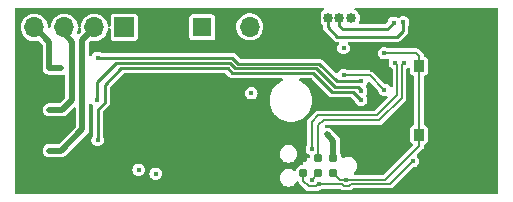
<source format=gbr>
%TF.GenerationSoftware,KiCad,Pcbnew,8.0.6*%
%TF.CreationDate,2024-11-27T12:45:58+01:00*%
%TF.ProjectId,Caffeinated-AFTONSPARV,43616666-6569-46e6-9174-65642d414654,rev?*%
%TF.SameCoordinates,Original*%
%TF.FileFunction,Copper,L1,Top*%
%TF.FilePolarity,Positive*%
%FSLAX46Y46*%
G04 Gerber Fmt 4.6, Leading zero omitted, Abs format (unit mm)*
G04 Created by KiCad (PCBNEW 8.0.6) date 2024-11-27 12:45:58*
%MOMM*%
%LPD*%
G01*
G04 APERTURE LIST*
%TA.AperFunction,ComponentPad*%
%ADD10R,0.850000X0.850000*%
%TD*%
%TA.AperFunction,ComponentPad*%
%ADD11O,0.850000X0.850000*%
%TD*%
%TA.AperFunction,ConnectorPad*%
%ADD12C,0.787400*%
%TD*%
%TA.AperFunction,SMDPad,CuDef*%
%ADD13R,0.900000X1.000000*%
%TD*%
%TA.AperFunction,ComponentPad*%
%ADD14R,1.700000X1.700000*%
%TD*%
%TA.AperFunction,ComponentPad*%
%ADD15O,1.700000X1.700000*%
%TD*%
%TA.AperFunction,ComponentPad*%
%ADD16R,1.600000X1.600000*%
%TD*%
%TA.AperFunction,ComponentPad*%
%ADD17C,1.600000*%
%TD*%
%TA.AperFunction,ViaPad*%
%ADD18C,0.450000*%
%TD*%
%TA.AperFunction,Conductor*%
%ADD19C,0.500000*%
%TD*%
%TA.AperFunction,Conductor*%
%ADD20C,0.200000*%
%TD*%
%TA.AperFunction,Conductor*%
%ADD21C,0.250000*%
%TD*%
G04 APERTURE END LIST*
D10*
%TO.P,J4,1,Pin_1*%
%TO.N,GND*%
X25600000Y15065000D03*
D11*
%TO.P,J4,2,Pin_2*%
%TO.N,USB-D+*%
X26600000Y15065000D03*
%TO.P,J4,3,Pin_3*%
%TO.N,USB-D-*%
X27600000Y15065000D03*
%TO.P,J4,4,Pin_4*%
%TO.N,+3.3V*%
X28600000Y15065000D03*
%TD*%
D12*
%TO.P,J3,1,VCC*%
%TO.N,+3.3V*%
X27100000Y3200000D03*
%TO.P,J3,2,IO0/IO9*%
%TO.N,IO9*%
X27100000Y1930000D03*
%TO.P,J3,3,TX*%
%TO.N,TX*%
X25830000Y3200000D03*
%TO.P,J3,4,RX*%
%TO.N,RX*%
X25830000Y1930000D03*
%TO.P,J3,5,GND*%
%TO.N,GND*%
X24560000Y3200000D03*
%TO.P,J3,6,EN*%
%TO.N,EN*%
X24560000Y1930000D03*
%TD*%
D13*
%TO.P,SW1,1,1*%
%TO.N,GND*%
X30650000Y5200000D03*
X30650000Y11000000D03*
%TO.P,SW1,2,2*%
%TO.N,IO9*%
X34350000Y5200000D03*
X34350000Y11000000D03*
%TD*%
D14*
%TO.P,J2,1,Pin_1*%
%TO.N,+24V*%
X9390000Y14275000D03*
D15*
%TO.P,J2,2,Pin_2*%
%TO.N,Net-(J2-Pin_2)*%
X6850000Y14275000D03*
%TO.P,J2,3,Pin_3*%
%TO.N,Net-(J2-Pin_3)*%
X4310000Y14275000D03*
%TO.P,J2,4,Pin_4*%
%TO.N,Net-(J2-Pin_4)*%
X1770000Y14275000D03*
%TD*%
D14*
%TO.P,J1,1,Pin_1*%
%TO.N,GND*%
X22550000Y14325000D03*
D15*
%TO.P,J1,2,Pin_2*%
%TO.N,+24V*%
X20010000Y14325000D03*
%TD*%
D16*
%TO.P,C2,1*%
%TO.N,+24V*%
X15982380Y14300000D03*
D17*
%TO.P,C2,2*%
%TO.N,GND*%
X13482380Y14300000D03*
%TD*%
D18*
%TO.N,GND*%
X39400000Y3300000D03*
X40350000Y1300000D03*
X33400000Y10100000D03*
X4825000Y2900000D03*
X2750000Y2900000D03*
X31400000Y2900000D03*
X39400000Y11300000D03*
X2750000Y9850000D03*
X9325000Y3100000D03*
X2750000Y6350000D03*
X9325000Y7050000D03*
X37400000Y10100000D03*
X18350000Y5350000D03*
X9325000Y5075000D03*
X39400000Y9700000D03*
X33400000Y8100000D03*
X40350000Y15500000D03*
X33400000Y6100000D03*
X29400000Y12000000D03*
X35400000Y8100000D03*
X24560000Y3950000D03*
X12725000Y8850000D03*
X37400000Y6100000D03*
X17425000Y5350000D03*
X14775000Y8850000D03*
X4825000Y6350000D03*
X39400000Y6500000D03*
X35400000Y10100000D03*
X35400000Y6100000D03*
X37400000Y8100000D03*
X40350000Y14750000D03*
X39400000Y4900000D03*
X39400000Y12900000D03*
X40350000Y600000D03*
%TO.N,+24V*%
X20150000Y8700000D03*
%TO.N,Net-(J2-Pin_2)*%
X3050000Y3850000D03*
X4050000Y3850000D03*
%TO.N,Net-(J2-Pin_3)*%
X4050000Y7300000D03*
X3050000Y7300000D03*
%TO.N,+3.3V*%
X12050000Y1900000D03*
X27950000Y12525000D03*
X26550000Y5225000D03*
X10600000Y2225000D03*
%TO.N,IO9*%
X31400000Y12100000D03*
X28192500Y1367500D03*
%TO.N,TX*%
X33100000Y11300000D03*
%TO.N,Net-(U1-GPIO2{slash}ADC1_CH2)*%
X31400000Y9000000D03*
X27950000Y10250000D03*
%TO.N,RX*%
X25250000Y4000000D03*
X32300000Y11300000D03*
X25295000Y1325000D03*
%TO.N,EN*%
X33800000Y2950000D03*
X25850000Y1025000D03*
%TO.N,USB-D+*%
X33000000Y14700000D03*
%TO.N,LED-B*%
X7125000Y11700000D03*
X29450000Y9700000D03*
%TO.N,LED-G*%
X7037500Y8112500D03*
X29450000Y8900000D03*
%TO.N,LED-R*%
X29450000Y8125000D03*
X7125000Y4750000D03*
%TO.N,USB-D-*%
X32200000Y14675000D03*
%TO.N,Net-(J2-Pin_4)*%
X4050000Y10800000D03*
X3050000Y10800000D03*
%TD*%
D19*
%TO.N,GND*%
X24560000Y3950000D02*
X24560000Y3200000D01*
%TO.N,Net-(J2-Pin_2)*%
X5850000Y5650000D02*
X5850000Y13245000D01*
X3050000Y3850000D02*
X4050000Y3850000D01*
X4050000Y3850000D02*
X5850000Y5650000D01*
X5850000Y13245000D02*
X6880000Y14275000D01*
%TO.N,Net-(J2-Pin_3)*%
X3050000Y7300000D02*
X4125000Y7300000D01*
X4950000Y8125000D02*
X4950000Y13075000D01*
X4340000Y13685000D02*
X4340000Y14275000D01*
X4125000Y7300000D02*
X4950000Y8125000D01*
X4950000Y13075000D02*
X4340000Y13685000D01*
%TO.N,+3.3V*%
X27100000Y4675000D02*
X27100000Y3200000D01*
X26550000Y5225000D02*
X27100000Y4675000D01*
D20*
%TO.N,IO9*%
X31475036Y1367500D02*
X34350000Y4242464D01*
X28192500Y1367500D02*
X31475036Y1367500D01*
X34350000Y5200000D02*
X34350000Y11850000D01*
X27662500Y1367500D02*
X27100000Y1930000D01*
X34350000Y11850000D02*
X34100000Y12100000D01*
X34100000Y12100000D02*
X31400000Y12100000D01*
X28192500Y1367500D02*
X27662500Y1367500D01*
X34350000Y4242464D02*
X34350000Y5200000D01*
%TO.N,TX*%
X32875000Y8325000D02*
X30975000Y6425000D01*
X25830000Y5980000D02*
X25830000Y3200000D01*
X26275000Y6425000D02*
X25830000Y5980000D01*
X30975000Y6425000D02*
X26275000Y6425000D01*
X32875000Y11075000D02*
X32875000Y8325000D01*
X33100000Y11300000D02*
X32875000Y11075000D01*
%TO.N,Net-(U1-GPIO2{slash}ADC1_CH2)*%
X30150000Y10250000D02*
X27950000Y10250000D01*
X31400000Y9000000D02*
X30150000Y10250000D01*
%TO.N,RX*%
X25250000Y4000000D02*
X25250000Y6300000D01*
X25250000Y6300000D02*
X25775000Y6825000D01*
X25295000Y1395000D02*
X25830000Y1930000D01*
X32498000Y8548000D02*
X32498000Y11102000D01*
X25775000Y6825000D02*
X30775000Y6825000D01*
X32498000Y11102000D02*
X32300000Y11300000D01*
X30775000Y6825000D02*
X32498000Y8548000D01*
X25295000Y1325000D02*
X25295000Y1395000D01*
%TO.N,EN*%
X28399607Y867500D02*
X28572607Y1040500D01*
X27985393Y867500D02*
X28399607Y867500D01*
X24560000Y1290000D02*
X24560000Y1930000D01*
X25850000Y1025000D02*
X25650000Y825000D01*
X25850000Y1025000D02*
X27827893Y1025000D01*
X25650000Y825000D02*
X25025000Y825000D01*
X31890500Y1040500D02*
X33800000Y2950000D01*
X27827893Y1025000D02*
X27985393Y867500D01*
X25025000Y825000D02*
X24560000Y1290000D01*
X28572607Y1040500D02*
X31890500Y1040500D01*
D21*
%TO.N,USB-D+*%
X33000000Y14000000D02*
X32500000Y13500000D01*
X33000000Y14700000D02*
X33000000Y14000000D01*
X32500000Y13500000D02*
X27400000Y13500000D01*
X27400000Y13500000D02*
X26600000Y14300000D01*
X26600000Y14300000D02*
X26600000Y15065000D01*
%TO.N,LED-B*%
X19050000Y11200000D02*
X18550000Y11700000D01*
X25900000Y11200000D02*
X19050000Y11200000D01*
X29450000Y9700000D02*
X27400000Y9700000D01*
X18550000Y11700000D02*
X7125000Y11700000D01*
X27400000Y9700000D02*
X25900000Y11200000D01*
%TO.N,LED-G*%
X18800000Y10800000D02*
X18350000Y11250000D01*
X25650000Y10800000D02*
X18800000Y10800000D01*
X27200000Y9250000D02*
X25650000Y10800000D01*
X18350000Y11250000D02*
X8650000Y11250000D01*
X29157537Y9250000D02*
X27200000Y9250000D01*
X29450000Y8900000D02*
X29450000Y8957537D01*
X7037500Y9637500D02*
X7037500Y8112500D01*
X8650000Y11250000D02*
X7037500Y9637500D01*
X29450000Y8957537D02*
X29157537Y9250000D01*
%TO.N,LED-R*%
X29450000Y8125000D02*
X28775000Y8800000D01*
X28775000Y8800000D02*
X27000000Y8800000D01*
X25400000Y10400000D02*
X18550000Y10400000D01*
X18150000Y10800000D02*
X9150000Y10800000D01*
X27000000Y8800000D02*
X25400000Y10400000D01*
X7750000Y9400000D02*
X7750000Y7925000D01*
X18550000Y10400000D02*
X18150000Y10800000D01*
X9150000Y10800000D02*
X7750000Y9400000D01*
X7750000Y7925000D02*
X7125000Y7300000D01*
X7125000Y7300000D02*
X7125000Y4750000D01*
%TO.N,USB-D-*%
X27600000Y14400000D02*
X27600000Y15065000D01*
X27900000Y14100000D02*
X27600000Y14400000D01*
X31625000Y14100000D02*
X27900000Y14100000D01*
X32200000Y14675000D02*
X31625000Y14100000D01*
D19*
%TO.N,Net-(J2-Pin_4)*%
X3050000Y10800000D02*
X4050000Y10800000D01*
X3050000Y10800000D02*
X3050000Y13025000D01*
X3050000Y13025000D02*
X1800000Y14275000D01*
%TD*%
%TA.AperFunction,Conductor*%
%TO.N,GND*%
G36*
X33533625Y10878988D02*
G01*
X33583616Y10830175D01*
X33599500Y10769455D01*
X33599500Y10455144D01*
X33599502Y10455118D01*
X33602413Y10430013D01*
X33602415Y10430009D01*
X33647793Y10327236D01*
X33647794Y10327235D01*
X33727235Y10247794D01*
X33792226Y10219098D01*
X33830006Y10202416D01*
X33830009Y10202415D01*
X33839786Y10201281D01*
X33904111Y10174004D01*
X33943478Y10116280D01*
X33949500Y10078107D01*
X33949500Y6121894D01*
X33929815Y6054855D01*
X33877011Y6009100D01*
X33839789Y5998720D01*
X33830010Y5997586D01*
X33830008Y5997585D01*
X33727235Y5952207D01*
X33647794Y5872766D01*
X33602415Y5769994D01*
X33602415Y5769992D01*
X33599500Y5744869D01*
X33599500Y4655144D01*
X33599502Y4655118D01*
X33602413Y4630013D01*
X33602415Y4630009D01*
X33647793Y4527236D01*
X33647794Y4527235D01*
X33727235Y4447794D01*
X33743184Y4440752D01*
X33796560Y4395666D01*
X33817087Y4328880D01*
X33798248Y4261598D01*
X33780778Y4239637D01*
X31345462Y1804319D01*
X31284139Y1770834D01*
X31257781Y1768000D01*
X28926710Y1768000D01*
X28859671Y1787685D01*
X28813916Y1840489D01*
X28803972Y1909647D01*
X28832997Y1973203D01*
X28841258Y1981246D01*
X28841113Y1981391D01*
X28949298Y2089577D01*
X28949301Y2089580D01*
X29030920Y2211731D01*
X29087140Y2347458D01*
X29115800Y2491545D01*
X29115800Y2638455D01*
X29087140Y2782542D01*
X29030920Y2918269D01*
X29030919Y2918270D01*
X29030916Y2918276D01*
X28949301Y3040420D01*
X28949298Y3040424D01*
X28845423Y3144299D01*
X28845419Y3144302D01*
X28723275Y3225917D01*
X28723266Y3225922D01*
X28587544Y3282139D01*
X28587545Y3282139D01*
X28587542Y3282140D01*
X28587538Y3282141D01*
X28587534Y3282142D01*
X28443459Y3310800D01*
X28443455Y3310800D01*
X28296545Y3310800D01*
X28296540Y3310800D01*
X28152465Y3282142D01*
X28152455Y3282139D01*
X28016733Y3225922D01*
X28016726Y3225918D01*
X27980382Y3201633D01*
X27913705Y3180756D01*
X27846325Y3199241D01*
X27799635Y3251220D01*
X27788396Y3289788D01*
X27778979Y3367353D01*
X27771729Y3386469D01*
X27756307Y3427134D01*
X27719199Y3524980D01*
X27672450Y3592708D01*
X27650567Y3659063D01*
X27650500Y3663148D01*
X27650500Y4747473D01*
X27650500Y4747475D01*
X27612984Y4887485D01*
X27540510Y5013015D01*
X26888015Y5665510D01*
X26762485Y5737984D01*
X26762486Y5737984D01*
X26727482Y5747363D01*
X26622474Y5775500D01*
X26491255Y5775500D01*
X26424216Y5795185D01*
X26378461Y5847989D01*
X26368517Y5917147D01*
X26397542Y5980703D01*
X26403574Y5987181D01*
X26404574Y5988181D01*
X26465897Y6021666D01*
X26492255Y6024500D01*
X31027725Y6024500D01*
X31027727Y6024500D01*
X31129588Y6051793D01*
X31220913Y6104520D01*
X33110703Y7994313D01*
X33110708Y7994316D01*
X33120911Y8004520D01*
X33120913Y8004520D01*
X33195480Y8079087D01*
X33234978Y8147500D01*
X33248207Y8170412D01*
X33275500Y8272273D01*
X33275500Y8377727D01*
X33275500Y10721043D01*
X33295185Y10788082D01*
X33347989Y10833837D01*
X33352015Y10835591D01*
X33365018Y10840976D01*
X33400015Y10867831D01*
X33465180Y10893025D01*
X33533625Y10878988D01*
G37*
%TD.AperFunction*%
%TA.AperFunction,Conductor*%
G36*
X26281454Y15930315D02*
G01*
X26327209Y15877511D01*
X26337153Y15808353D01*
X26308128Y15744797D01*
X26280387Y15721006D01*
X26144795Y15635808D01*
X26029192Y15520205D01*
X25942210Y15381775D01*
X25888212Y15227456D01*
X25869909Y15065004D01*
X25869909Y15064997D01*
X25888212Y14902545D01*
X25942210Y14748226D01*
X26029192Y14609796D01*
X26138181Y14500807D01*
X26171666Y14439484D01*
X26174500Y14413126D01*
X26174500Y14356018D01*
X26174500Y14243982D01*
X26203497Y14135763D01*
X26259515Y14038737D01*
X27138737Y13159515D01*
X27235763Y13103497D01*
X27343982Y13074500D01*
X27343984Y13074500D01*
X27457821Y13074500D01*
X27524860Y13054815D01*
X27570615Y13002011D01*
X27580559Y12932853D01*
X27556198Y12875016D01*
X27534682Y12846975D01*
X27490974Y12790015D01*
X27438027Y12662187D01*
X27438026Y12662182D01*
X27419965Y12525001D01*
X27419965Y12525000D01*
X27438026Y12387819D01*
X27438027Y12387814D01*
X27490974Y12259985D01*
X27490975Y12259983D01*
X27490976Y12259982D01*
X27575209Y12150209D01*
X27684982Y12065976D01*
X27812817Y12013026D01*
X27935702Y11996848D01*
X27949999Y11994965D01*
X27950000Y11994965D01*
X27950001Y11994965D01*
X27962947Y11996670D01*
X28087183Y12013026D01*
X28215018Y12065976D01*
X28324791Y12150209D01*
X28409024Y12259982D01*
X28461974Y12387817D01*
X28480035Y12525000D01*
X28461974Y12662183D01*
X28409024Y12790017D01*
X28343802Y12875016D01*
X28318609Y12940182D01*
X28332647Y13008627D01*
X28381461Y13058617D01*
X28442179Y13074500D01*
X32556016Y13074500D01*
X32556018Y13074500D01*
X32664237Y13103497D01*
X32761263Y13159515D01*
X33340485Y13738737D01*
X33396503Y13835763D01*
X33425500Y13943982D01*
X33425500Y14056019D01*
X33425500Y14349201D01*
X33445185Y14416240D01*
X33451128Y14424692D01*
X33459022Y14434980D01*
X33459024Y14434982D01*
X33511974Y14562817D01*
X33530035Y14700000D01*
X33511974Y14837183D01*
X33459024Y14965017D01*
X33374791Y15074791D01*
X33374789Y15074792D01*
X33374789Y15074793D01*
X33297597Y15134025D01*
X33265018Y15159024D01*
X33265017Y15159025D01*
X33265015Y15159026D01*
X33137186Y15211973D01*
X33137184Y15211974D01*
X33137183Y15211974D01*
X33019551Y15227461D01*
X33000001Y15230035D01*
X32999999Y15230035D01*
X32931408Y15221005D01*
X32862817Y15211974D01*
X32862816Y15211974D01*
X32862813Y15211973D01*
X32734984Y15159026D01*
X32734982Y15159024D01*
X32659196Y15100871D01*
X32594027Y15075677D01*
X32525582Y15089716D01*
X32508224Y15100871D01*
X32465018Y15134024D01*
X32465016Y15134025D01*
X32337186Y15186973D01*
X32337184Y15186974D01*
X32337183Y15186974D01*
X32245727Y15199015D01*
X32200001Y15205035D01*
X32199999Y15205035D01*
X32139372Y15197053D01*
X32062817Y15186974D01*
X32062816Y15186974D01*
X32062813Y15186973D01*
X31934985Y15134026D01*
X31825209Y15049791D01*
X31740974Y14940015D01*
X31688026Y14812186D01*
X31688024Y14812178D01*
X31686330Y14799311D01*
X31658060Y14735416D01*
X31651074Y14727823D01*
X31485069Y14561818D01*
X31423749Y14528334D01*
X31397390Y14525500D01*
X29342203Y14525500D01*
X29275164Y14545185D01*
X29229409Y14597989D01*
X29219465Y14667147D01*
X29237209Y14715472D01*
X29241036Y14721564D01*
X29257789Y14748225D01*
X29311786Y14902539D01*
X29316009Y14940017D01*
X29330091Y15064997D01*
X29330091Y15065004D01*
X29311787Y15227456D01*
X29311786Y15227458D01*
X29311786Y15227461D01*
X29257789Y15381775D01*
X29170808Y15520204D01*
X29055204Y15635808D01*
X28919613Y15721006D01*
X28873322Y15773341D01*
X28862674Y15842395D01*
X28891049Y15906243D01*
X28949439Y15944615D01*
X28985585Y15950000D01*
X40876000Y15950000D01*
X40943039Y15930315D01*
X40988794Y15877511D01*
X41000000Y15826000D01*
X41000000Y274000D01*
X40980315Y206961D01*
X40927511Y161206D01*
X40876000Y150000D01*
X274000Y150000D01*
X206961Y169685D01*
X161206Y222489D01*
X150000Y274000D01*
X150000Y2225000D01*
X10069965Y2225000D01*
X10087794Y2089577D01*
X10088026Y2087819D01*
X10088027Y2087814D01*
X10140974Y1959985D01*
X10140975Y1959983D01*
X10140976Y1959982D01*
X10225209Y1850209D01*
X10334982Y1765976D01*
X10334983Y1765976D01*
X10334984Y1765975D01*
X10342616Y1762814D01*
X10462817Y1713026D01*
X10585702Y1696848D01*
X10599999Y1694965D01*
X10600000Y1694965D01*
X10600001Y1694965D01*
X10612947Y1696670D01*
X10737183Y1713026D01*
X10865018Y1765976D01*
X10974791Y1850209D01*
X11012998Y1900001D01*
X11519965Y1900001D01*
X11519965Y1900000D01*
X11538026Y1762819D01*
X11538027Y1762814D01*
X11590974Y1634985D01*
X11590975Y1634983D01*
X11590976Y1634982D01*
X11675209Y1525209D01*
X11784982Y1440976D01*
X11912817Y1388026D01*
X12035702Y1371848D01*
X12049999Y1369965D01*
X12050000Y1369965D01*
X12050001Y1369965D01*
X12062947Y1371670D01*
X12187183Y1388026D01*
X12315018Y1440976D01*
X12424791Y1525209D01*
X12509024Y1634982D01*
X12561974Y1762817D01*
X12580035Y1900000D01*
X12561974Y2037183D01*
X12509024Y2165017D01*
X12424791Y2274791D01*
X12424789Y2274792D01*
X12424789Y2274793D01*
X12315015Y2359026D01*
X12187186Y2411973D01*
X12187184Y2411974D01*
X12187183Y2411974D01*
X12084613Y2425478D01*
X12050001Y2430035D01*
X12049999Y2430035D01*
X12015387Y2425478D01*
X11912817Y2411974D01*
X11912816Y2411974D01*
X11912813Y2411973D01*
X11784985Y2359026D01*
X11675209Y2274791D01*
X11590974Y2165015D01*
X11538027Y2037187D01*
X11538026Y2037182D01*
X11519965Y1900001D01*
X11012998Y1900001D01*
X11059024Y1959982D01*
X11111974Y2087817D01*
X11130035Y2225000D01*
X11111974Y2362183D01*
X11059024Y2490017D01*
X10974791Y2599791D01*
X10974789Y2599792D01*
X10974789Y2599793D01*
X10865015Y2684026D01*
X10737186Y2736973D01*
X10737184Y2736974D01*
X10737183Y2736974D01*
X10645727Y2749015D01*
X10600001Y2755035D01*
X10599999Y2755035D01*
X10531408Y2746005D01*
X10462817Y2736974D01*
X10462816Y2736974D01*
X10462813Y2736973D01*
X10334985Y2684026D01*
X10225209Y2599791D01*
X10140974Y2490015D01*
X10088027Y2362187D01*
X10088026Y2362184D01*
X10088026Y2362183D01*
X10069965Y2225000D01*
X150000Y2225000D01*
X150000Y14275000D01*
X614571Y14275000D01*
X634244Y14062690D01*
X687650Y13874989D01*
X692596Y13857608D01*
X692596Y13857606D01*
X787632Y13666747D01*
X878369Y13546593D01*
X916128Y13496593D01*
X1073698Y13352948D01*
X1254981Y13240702D01*
X1453802Y13163679D01*
X1663390Y13124500D01*
X1663392Y13124500D01*
X1876607Y13124500D01*
X1876610Y13124500D01*
X2061212Y13159009D01*
X2130722Y13151978D01*
X2171674Y13124801D01*
X2463181Y12833294D01*
X2496666Y12771971D01*
X2499500Y12745613D01*
X2499500Y10872475D01*
X2499500Y10727525D01*
X2537016Y10587515D01*
X2537017Y10587512D01*
X2609488Y10461989D01*
X2609490Y10461987D01*
X2609491Y10461985D01*
X2711985Y10359491D01*
X2711986Y10359490D01*
X2711988Y10359489D01*
X2837511Y10287018D01*
X2837512Y10287018D01*
X2837515Y10287016D01*
X2977525Y10249500D01*
X2977528Y10249500D01*
X4122472Y10249500D01*
X4122475Y10249500D01*
X4243410Y10281905D01*
X4313255Y10280242D01*
X4371118Y10241080D01*
X4398623Y10176852D01*
X4399500Y10162130D01*
X4399500Y8404387D01*
X4379815Y8337348D01*
X4363181Y8316706D01*
X3933294Y7886819D01*
X3871971Y7853334D01*
X3845613Y7850500D01*
X2977525Y7850500D01*
X2848993Y7816060D01*
X2837511Y7812983D01*
X2711988Y7740512D01*
X2711982Y7740507D01*
X2609493Y7638018D01*
X2609488Y7638012D01*
X2537017Y7512489D01*
X2537016Y7512485D01*
X2499500Y7372475D01*
X2499500Y7227525D01*
X2537016Y7087515D01*
X2537017Y7087512D01*
X2609488Y6961989D01*
X2609490Y6961987D01*
X2609491Y6961985D01*
X2711985Y6859491D01*
X2711986Y6859490D01*
X2711988Y6859489D01*
X2837511Y6787018D01*
X2837512Y6787018D01*
X2837515Y6787016D01*
X2977525Y6749500D01*
X2977528Y6749500D01*
X4197472Y6749500D01*
X4197474Y6749500D01*
X4197475Y6749500D01*
X4337485Y6787016D01*
X4339216Y6788016D01*
X4339236Y6788021D01*
X4339234Y6788025D01*
X4463008Y6859486D01*
X4463007Y6859486D01*
X4463015Y6859490D01*
X5087819Y7484294D01*
X5149142Y7517779D01*
X5218834Y7512795D01*
X5274767Y7470923D01*
X5299184Y7405459D01*
X5299500Y7396613D01*
X5299500Y5929387D01*
X5279815Y5862348D01*
X5263181Y5841706D01*
X3858294Y4436819D01*
X3796971Y4403334D01*
X3770613Y4400500D01*
X2977525Y4400500D01*
X2848993Y4366060D01*
X2837511Y4362983D01*
X2711988Y4290512D01*
X2711982Y4290507D01*
X2609493Y4188018D01*
X2609488Y4188012D01*
X2537017Y4062489D01*
X2537016Y4062485D01*
X2499500Y3922475D01*
X2499500Y3777525D01*
X2535600Y3642800D01*
X2537017Y3637512D01*
X2609488Y3511989D01*
X2609490Y3511987D01*
X2609491Y3511985D01*
X2711985Y3409491D01*
X2711986Y3409490D01*
X2711988Y3409489D01*
X2837511Y3337018D01*
X2837512Y3337018D01*
X2837515Y3337016D01*
X2977525Y3299500D01*
X2977528Y3299500D01*
X4122472Y3299500D01*
X4122474Y3299500D01*
X4122475Y3299500D01*
X4262485Y3337016D01*
X4308284Y3363458D01*
X4388015Y3409490D01*
X4632985Y3654460D01*
X22544200Y3654460D01*
X22544200Y3507541D01*
X22570821Y3373708D01*
X22572860Y3363458D01*
X22594672Y3310800D01*
X22629078Y3227734D01*
X22629083Y3227725D01*
X22710698Y3105581D01*
X22710701Y3105577D01*
X22814576Y3001702D01*
X22814580Y3001699D01*
X22936724Y2920084D01*
X22936730Y2920081D01*
X22936731Y2920080D01*
X23072458Y2863860D01*
X23216540Y2835201D01*
X23216544Y2835200D01*
X23216545Y2835200D01*
X23363456Y2835200D01*
X23363457Y2835201D01*
X23507542Y2863860D01*
X23643269Y2920080D01*
X23765420Y3001699D01*
X23869301Y3105580D01*
X23950920Y3227731D01*
X24007140Y3363458D01*
X24035800Y3507545D01*
X24035800Y3654455D01*
X24007140Y3798542D01*
X23950920Y3934269D01*
X23950919Y3934270D01*
X23950916Y3934276D01*
X23869301Y4056420D01*
X23869298Y4056424D01*
X23765423Y4160299D01*
X23765419Y4160302D01*
X23643275Y4241917D01*
X23643266Y4241922D01*
X23525965Y4290509D01*
X23507542Y4298140D01*
X23507538Y4298141D01*
X23507534Y4298142D01*
X23363459Y4326800D01*
X23363455Y4326800D01*
X23216545Y4326800D01*
X23216540Y4326800D01*
X23072465Y4298142D01*
X23072455Y4298139D01*
X22936733Y4241922D01*
X22936724Y4241917D01*
X22814580Y4160302D01*
X22814576Y4160299D01*
X22710701Y4056424D01*
X22710698Y4056420D01*
X22629083Y3934276D01*
X22629078Y3934267D01*
X22572861Y3798545D01*
X22572858Y3798535D01*
X22544200Y3654460D01*
X4632985Y3654460D01*
X6290510Y5311985D01*
X6362984Y5437515D01*
X6367444Y5454162D01*
X6377053Y5490018D01*
X6385634Y5522048D01*
X6400500Y5577525D01*
X6400500Y7714134D01*
X6420185Y7781173D01*
X6472989Y7826928D01*
X6542147Y7836872D01*
X6605703Y7807847D01*
X6622874Y7789622D01*
X6633681Y7775539D01*
X6662709Y7737708D01*
X6731442Y7684967D01*
X6772644Y7628539D01*
X6776799Y7558793D01*
X6763343Y7524593D01*
X6728497Y7464238D01*
X6728497Y7464237D01*
X6699500Y7356018D01*
X6699500Y5100799D01*
X6679815Y5033760D01*
X6673876Y5025313D01*
X6665975Y5015018D01*
X6613027Y4887187D01*
X6613026Y4887184D01*
X6613026Y4887183D01*
X6594965Y4750000D01*
X6607454Y4655136D01*
X6613026Y4612819D01*
X6613027Y4612814D01*
X6665974Y4484985D01*
X6665975Y4484983D01*
X6665976Y4484982D01*
X6750209Y4375209D01*
X6859982Y4290976D01*
X6987817Y4238026D01*
X7110702Y4221848D01*
X7124999Y4219965D01*
X7125000Y4219965D01*
X7125001Y4219965D01*
X7137947Y4221670D01*
X7262183Y4238026D01*
X7390018Y4290976D01*
X7499791Y4375209D01*
X7584024Y4484982D01*
X7636974Y4612817D01*
X7655035Y4750000D01*
X7636974Y4887183D01*
X7584854Y5013014D01*
X7584024Y5015018D01*
X7576124Y5025313D01*
X7550930Y5090482D01*
X7550500Y5100799D01*
X7550500Y7072390D01*
X7570185Y7139429D01*
X7586819Y7160071D01*
X8090480Y7663732D01*
X8090484Y7663736D01*
X8091778Y7665976D01*
X8146503Y7760763D01*
X8151972Y7781173D01*
X8160226Y7811975D01*
X8171307Y7853334D01*
X8175500Y7868981D01*
X8175500Y7981018D01*
X8175500Y8700001D01*
X19619965Y8700001D01*
X19619965Y8700000D01*
X19638026Y8562819D01*
X19638027Y8562814D01*
X19690974Y8434985D01*
X19690975Y8434983D01*
X19690976Y8434982D01*
X19775209Y8325209D01*
X19884982Y8240976D01*
X20012817Y8188026D01*
X20135702Y8171848D01*
X20149999Y8169965D01*
X20150000Y8169965D01*
X20150001Y8169965D01*
X20162947Y8171670D01*
X20287183Y8188026D01*
X20415018Y8240976D01*
X20524791Y8325209D01*
X20609024Y8434982D01*
X20661974Y8562817D01*
X20680035Y8700000D01*
X20661974Y8837183D01*
X20609024Y8965017D01*
X20524791Y9074791D01*
X20524789Y9074792D01*
X20524789Y9074793D01*
X20415015Y9159026D01*
X20287186Y9211973D01*
X20287184Y9211974D01*
X20287183Y9211974D01*
X20191943Y9224513D01*
X20150001Y9230035D01*
X20149999Y9230035D01*
X20108057Y9224513D01*
X20012817Y9211974D01*
X20012816Y9211974D01*
X20012813Y9211973D01*
X19884985Y9159026D01*
X19775209Y9074791D01*
X19690974Y8965015D01*
X19638027Y8837187D01*
X19638026Y8837182D01*
X19619965Y8700001D01*
X8175500Y8700001D01*
X8175500Y9172390D01*
X8195185Y9239429D01*
X8211819Y9260071D01*
X9289929Y10338181D01*
X9351252Y10371666D01*
X9377610Y10374500D01*
X17922390Y10374500D01*
X17989429Y10354815D01*
X18010071Y10338181D01*
X18209515Y10138737D01*
X18288737Y10059515D01*
X18315667Y10043967D01*
X18385763Y10003497D01*
X18493981Y9974500D01*
X18493982Y9974500D01*
X22703027Y9974500D01*
X22770066Y9954815D01*
X22815821Y9902011D01*
X22825765Y9832853D01*
X22796740Y9769297D01*
X22756829Y9738781D01*
X22742303Y9731785D01*
X22595840Y9661253D01*
X22373211Y9509467D01*
X22175699Y9326204D01*
X22007701Y9115540D01*
X21872979Y8882198D01*
X21872976Y8882190D01*
X21774542Y8631384D01*
X21774536Y8631365D01*
X21714583Y8368691D01*
X21714583Y8368690D01*
X21694448Y8100004D01*
X21694448Y8099997D01*
X21714583Y7831311D01*
X21714583Y7831310D01*
X21774536Y7568636D01*
X21774542Y7568617D01*
X21872976Y7317811D01*
X21872979Y7317803D01*
X21925102Y7227525D01*
X22007701Y7084460D01*
X22105372Y6961985D01*
X22175699Y6873797D01*
X22362153Y6700794D01*
X22373212Y6690533D01*
X22595836Y6538750D01*
X22595841Y6538748D01*
X22595842Y6538747D01*
X22595843Y6538746D01*
X22724771Y6476658D01*
X22838592Y6421845D01*
X22838593Y6421845D01*
X22838596Y6421843D01*
X23096069Y6342423D01*
X23096070Y6342423D01*
X23096073Y6342422D01*
X23362494Y6302266D01*
X23362499Y6302266D01*
X23362502Y6302265D01*
X23362503Y6302265D01*
X23631945Y6302265D01*
X23631946Y6302265D01*
X23631953Y6302266D01*
X23898374Y6342422D01*
X23898375Y6342423D01*
X23898379Y6342423D01*
X24155852Y6421843D01*
X24398612Y6538750D01*
X24621236Y6690533D01*
X24803324Y6859486D01*
X24818748Y6873797D01*
X24818748Y6873799D01*
X24818752Y6873801D01*
X24986747Y7084460D01*
X25121469Y7317805D01*
X25219908Y7568622D01*
X25279864Y7831310D01*
X25292080Y7994316D01*
X25300000Y8099997D01*
X25300000Y8100004D01*
X25279864Y8368690D01*
X25279864Y8368691D01*
X25219911Y8631365D01*
X25219910Y8631366D01*
X25219908Y8631378D01*
X25121469Y8882195D01*
X25121468Y8882198D01*
X25031987Y9037182D01*
X24986747Y9115540D01*
X24818752Y9326199D01*
X24818751Y9326200D01*
X24818748Y9326204D01*
X24621236Y9509467D01*
X24555497Y9554287D01*
X24398612Y9661250D01*
X24398609Y9661251D01*
X24398607Y9661253D01*
X24262157Y9726963D01*
X24237618Y9738781D01*
X24185760Y9785602D01*
X24167447Y9853029D01*
X24188495Y9919653D01*
X24242221Y9964322D01*
X24291421Y9974500D01*
X25172390Y9974500D01*
X25239429Y9954815D01*
X25260071Y9938181D01*
X26659515Y8538737D01*
X26738737Y8459515D01*
X26835763Y8403497D01*
X26943982Y8374500D01*
X28547390Y8374500D01*
X28614429Y8354815D01*
X28635071Y8338181D01*
X28901073Y8072179D01*
X28934558Y8010856D01*
X28936330Y8000689D01*
X28938024Y7987824D01*
X28938026Y7987815D01*
X28990974Y7859985D01*
X28990975Y7859983D01*
X28990976Y7859982D01*
X29075209Y7750209D01*
X29184982Y7665976D01*
X29184983Y7665976D01*
X29184984Y7665975D01*
X29215160Y7653476D01*
X29312817Y7613026D01*
X29435702Y7596848D01*
X29449999Y7594965D01*
X29450000Y7594965D01*
X29450001Y7594965D01*
X29462947Y7596670D01*
X29587183Y7613026D01*
X29715018Y7665976D01*
X29824791Y7750209D01*
X29909024Y7859982D01*
X29961974Y7987817D01*
X29980035Y8125000D01*
X29961974Y8262183D01*
X29930495Y8338181D01*
X29909025Y8390016D01*
X29909023Y8390018D01*
X29872962Y8437014D01*
X29847768Y8502183D01*
X29861806Y8570628D01*
X29872963Y8587987D01*
X29874737Y8590300D01*
X29909024Y8634982D01*
X29961974Y8762817D01*
X29980035Y8900000D01*
X29961974Y9037183D01*
X29920553Y9137183D01*
X29909025Y9165015D01*
X29909024Y9165016D01*
X29909024Y9165017D01*
X29863369Y9224516D01*
X29838176Y9289682D01*
X29852214Y9358127D01*
X29863365Y9375481D01*
X29909024Y9434982D01*
X29961974Y9562817D01*
X29965080Y9586412D01*
X29993346Y9650308D01*
X30051671Y9688779D01*
X30121535Y9689610D01*
X30175700Y9657907D01*
X30845713Y8987894D01*
X30879198Y8926571D01*
X30880971Y8916400D01*
X30888026Y8862816D01*
X30940974Y8734985D01*
X30940975Y8734983D01*
X30940976Y8734982D01*
X31025209Y8625209D01*
X31134982Y8540976D01*
X31134983Y8540976D01*
X31134984Y8540975D01*
X31173048Y8525209D01*
X31262817Y8488026D01*
X31385702Y8471848D01*
X31399999Y8469965D01*
X31400000Y8469965D01*
X31400001Y8469965D01*
X31412947Y8471670D01*
X31537183Y8488026D01*
X31537193Y8488031D01*
X31545034Y8490130D01*
X31545762Y8487413D01*
X31601630Y8493432D01*
X31664116Y8462171D01*
X31699782Y8402090D01*
X31697304Y8332264D01*
X31667322Y8283716D01*
X30645426Y7261819D01*
X30584103Y7228334D01*
X30557745Y7225500D01*
X25722273Y7225500D01*
X25620410Y7198207D01*
X25529087Y7145480D01*
X25529084Y7145478D01*
X24929522Y6545916D01*
X24929518Y6545910D01*
X24876792Y6454588D01*
X24876793Y6454587D01*
X24849500Y6352727D01*
X24849500Y4383380D01*
X24829815Y4316341D01*
X24823876Y4307894D01*
X24790975Y4265018D01*
X24738027Y4137187D01*
X24738026Y4137182D01*
X24719965Y4000001D01*
X24719965Y4000000D01*
X24738026Y3862819D01*
X24738027Y3862814D01*
X24790974Y3734985D01*
X24790975Y3734983D01*
X24790976Y3734982D01*
X24875209Y3625209D01*
X24984982Y3540976D01*
X25076149Y3503214D01*
X25130551Y3459375D01*
X25152617Y3393081D01*
X25151792Y3373708D01*
X25143942Y3309054D01*
X25116321Y3244876D01*
X25058387Y3205819D01*
X25020846Y3200000D01*
X24560000Y3200000D01*
X24560000Y2742124D01*
X24540315Y2675085D01*
X24487511Y2629330D01*
X24465675Y2621727D01*
X24312026Y2583857D01*
X24162751Y2505512D01*
X24036568Y2393723D01*
X23940802Y2254982D01*
X23940800Y2254979D01*
X23922272Y2206126D01*
X23880093Y2150424D01*
X23814495Y2126368D01*
X23746305Y2141596D01*
X23737440Y2146997D01*
X23643275Y2209917D01*
X23643266Y2209922D01*
X23507544Y2266139D01*
X23507545Y2266139D01*
X23507542Y2266140D01*
X23507538Y2266141D01*
X23507534Y2266142D01*
X23363459Y2294800D01*
X23363455Y2294800D01*
X23216545Y2294800D01*
X23216540Y2294800D01*
X23072465Y2266142D01*
X23072455Y2266139D01*
X22936733Y2209922D01*
X22936724Y2209917D01*
X22814580Y2128302D01*
X22814576Y2128299D01*
X22710701Y2024424D01*
X22710698Y2024420D01*
X22629083Y1902276D01*
X22629078Y1902267D01*
X22572861Y1766545D01*
X22572858Y1766535D01*
X22544200Y1622460D01*
X22544200Y1475541D01*
X22572858Y1331466D01*
X22572861Y1331456D01*
X22629078Y1195734D01*
X22629083Y1195725D01*
X22710698Y1073581D01*
X22710701Y1073577D01*
X22814576Y969702D01*
X22814580Y969699D01*
X22936724Y888084D01*
X22936730Y888081D01*
X22936731Y888080D01*
X23072458Y831860D01*
X23216540Y803201D01*
X23216544Y803200D01*
X23216545Y803200D01*
X23363456Y803200D01*
X23363457Y803201D01*
X23507542Y831860D01*
X23643269Y888080D01*
X23765420Y969699D01*
X23869301Y1073580D01*
X23911991Y1137470D01*
X23954305Y1200796D01*
X23956063Y1199622D01*
X23998295Y1242626D01*
X24066430Y1258097D01*
X24132114Y1234275D01*
X24174491Y1178724D01*
X24178482Y1166431D01*
X24186793Y1135411D01*
X24213156Y1089750D01*
X24239520Y1044087D01*
X24704519Y579088D01*
X24704520Y579087D01*
X24779087Y504520D01*
X24870413Y451793D01*
X24972273Y424500D01*
X24972275Y424500D01*
X25702725Y424500D01*
X25702727Y424500D01*
X25804588Y451793D01*
X25866678Y487642D01*
X25912491Y503193D01*
X25987183Y513026D01*
X26115018Y565976D01*
X26157893Y598876D01*
X26223060Y624070D01*
X26233379Y624500D01*
X27610638Y624500D01*
X27677677Y604815D01*
X27698319Y588181D01*
X27739480Y547020D01*
X27813092Y504520D01*
X27830806Y494293D01*
X27932666Y466999D01*
X27932668Y466999D01*
X28045716Y466999D01*
X28045732Y467000D01*
X28452332Y467000D01*
X28452334Y467000D01*
X28554195Y494293D01*
X28645520Y547020D01*
X28702181Y603681D01*
X28763504Y637166D01*
X28789862Y640000D01*
X31943225Y640000D01*
X31943227Y640000D01*
X32045088Y667293D01*
X32136413Y720020D01*
X33812108Y2395717D01*
X33873429Y2429200D01*
X33883587Y2430971D01*
X33937183Y2438026D01*
X34065018Y2490976D01*
X34174791Y2575209D01*
X34259024Y2684982D01*
X34311974Y2812817D01*
X34330035Y2950000D01*
X34311974Y3087183D01*
X34259024Y3215017D01*
X34174791Y3324791D01*
X34174788Y3324794D01*
X34174786Y3324796D01*
X34174436Y3325146D01*
X34174234Y3325515D01*
X34169843Y3331238D01*
X34170735Y3331923D01*
X34140951Y3386469D01*
X34145935Y3456161D01*
X34174436Y3500508D01*
X34372427Y3698499D01*
X34670480Y3996551D01*
X34723207Y4087876D01*
X34750500Y4189737D01*
X34750500Y4278107D01*
X34770185Y4345146D01*
X34822989Y4390901D01*
X34860213Y4401282D01*
X34869991Y4402415D01*
X34972765Y4447794D01*
X35052206Y4527235D01*
X35097585Y4630009D01*
X35100500Y4655135D01*
X35100499Y5744864D01*
X35100497Y5744883D01*
X35097586Y5769988D01*
X35097585Y5769990D01*
X35097585Y5769991D01*
X35052206Y5872765D01*
X34972765Y5952206D01*
X34972763Y5952207D01*
X34869992Y5997585D01*
X34860208Y5998720D01*
X34795884Y6026001D01*
X34756520Y6083727D01*
X34750500Y6121894D01*
X34750500Y10078107D01*
X34770185Y10145146D01*
X34822989Y10190901D01*
X34860213Y10201282D01*
X34869991Y10202415D01*
X34972765Y10247794D01*
X35052206Y10327235D01*
X35097585Y10430009D01*
X35100500Y10455135D01*
X35100499Y11544864D01*
X35100497Y11544883D01*
X35097586Y11569988D01*
X35097585Y11569990D01*
X35097585Y11569991D01*
X35052206Y11672765D01*
X34972765Y11752206D01*
X34869993Y11797585D01*
X34869986Y11797587D01*
X34858727Y11798893D01*
X34794404Y11826175D01*
X34755042Y11883902D01*
X34752375Y11895727D01*
X34750500Y11902725D01*
X34750500Y11902727D01*
X34723207Y12004587D01*
X34670480Y12095913D01*
X34595913Y12170480D01*
X34345913Y12420480D01*
X34300250Y12446844D01*
X34254589Y12473207D01*
X34203657Y12486854D01*
X34152727Y12500500D01*
X34152726Y12500500D01*
X31783379Y12500500D01*
X31716340Y12520185D01*
X31707906Y12526115D01*
X31665018Y12559024D01*
X31665017Y12559025D01*
X31665015Y12559026D01*
X31537186Y12611973D01*
X31537184Y12611974D01*
X31537183Y12611974D01*
X31445727Y12624015D01*
X31400001Y12630035D01*
X31399999Y12630035D01*
X31331408Y12621005D01*
X31262817Y12611974D01*
X31262816Y12611974D01*
X31262813Y12611973D01*
X31134985Y12559026D01*
X31025209Y12474791D01*
X30940974Y12365015D01*
X30888027Y12237187D01*
X30888026Y12237184D01*
X30888026Y12237183D01*
X30869965Y12100000D01*
X30887736Y11965016D01*
X30888026Y11962819D01*
X30888027Y11962814D01*
X30940974Y11834985D01*
X30940975Y11834983D01*
X30940976Y11834982D01*
X31025209Y11725209D01*
X31134982Y11640976D01*
X31262817Y11588026D01*
X31385702Y11571848D01*
X31399999Y11569965D01*
X31400000Y11569965D01*
X31400001Y11569965D01*
X31412947Y11571670D01*
X31537183Y11588026D01*
X31638826Y11630128D01*
X31708293Y11637596D01*
X31770772Y11606321D01*
X31806424Y11546232D01*
X31803930Y11476407D01*
X31800838Y11468116D01*
X31788027Y11437187D01*
X31788026Y11437184D01*
X31788026Y11437183D01*
X31787736Y11434982D01*
X31773267Y11325077D01*
X31769965Y11300000D01*
X31779309Y11229024D01*
X31788026Y11162819D01*
X31788027Y11162814D01*
X31840974Y11034985D01*
X31840975Y11034983D01*
X31840976Y11034982D01*
X31925209Y10925209D01*
X32034982Y10840976D01*
X32034985Y10840974D01*
X32035500Y10840677D01*
X32035847Y10840313D01*
X32041430Y10836029D01*
X32040761Y10835159D01*
X32083715Y10790110D01*
X32097500Y10733290D01*
X32097500Y9312675D01*
X32077815Y9245636D01*
X32025011Y9199881D01*
X31955853Y9189937D01*
X31892297Y9218962D01*
X31863846Y9258417D01*
X31863088Y9257978D01*
X31859026Y9265013D01*
X31859025Y9265014D01*
X31859024Y9265017D01*
X31774791Y9374791D01*
X31774789Y9374792D01*
X31774789Y9374793D01*
X31665015Y9459026D01*
X31537184Y9511974D01*
X31483600Y9519029D01*
X31419704Y9547297D01*
X31412106Y9554287D01*
X30395915Y10570478D01*
X30395913Y10570480D01*
X30350250Y10596844D01*
X30304589Y10623207D01*
X30253657Y10636854D01*
X30202727Y10650500D01*
X30202726Y10650500D01*
X28333379Y10650500D01*
X28266340Y10670185D01*
X28257906Y10676115D01*
X28215018Y10709024D01*
X28215017Y10709025D01*
X28215015Y10709026D01*
X28087186Y10761973D01*
X28087184Y10761974D01*
X28087183Y10761974D01*
X27995727Y10774015D01*
X27950001Y10780035D01*
X27949999Y10780035D01*
X27881408Y10771005D01*
X27812817Y10761974D01*
X27812816Y10761974D01*
X27812813Y10761973D01*
X27684985Y10709026D01*
X27575209Y10624791D01*
X27490976Y10515017D01*
X27472882Y10471334D01*
X27429040Y10416931D01*
X27362746Y10394867D01*
X27295047Y10412147D01*
X27270640Y10431107D01*
X26776538Y10925209D01*
X26161263Y11540485D01*
X26064237Y11596503D01*
X25956018Y11625500D01*
X25956017Y11625500D01*
X19277610Y11625500D01*
X19210571Y11645185D01*
X19189929Y11661819D01*
X18811265Y12040483D01*
X18811263Y12040485D01*
X18715259Y12095913D01*
X18714239Y12096502D01*
X18714238Y12096503D01*
X18714237Y12096503D01*
X18606018Y12125500D01*
X18606017Y12125500D01*
X7475800Y12125500D01*
X7408761Y12145185D01*
X7400315Y12151123D01*
X7390017Y12159025D01*
X7262186Y12211973D01*
X7262184Y12211974D01*
X7262183Y12211974D01*
X7170727Y12224015D01*
X7125001Y12230035D01*
X7124999Y12230035D01*
X7056408Y12221005D01*
X6987817Y12211974D01*
X6987816Y12211974D01*
X6987813Y12211973D01*
X6859985Y12159026D01*
X6750209Y12074791D01*
X6665975Y11965016D01*
X6639061Y11900038D01*
X6595220Y11845635D01*
X6528926Y11823570D01*
X6461227Y11840849D01*
X6413616Y11891986D01*
X6400500Y11947491D01*
X6400500Y12965613D01*
X6420185Y13032652D01*
X6436814Y13053291D01*
X6498876Y13115353D01*
X6560197Y13148836D01*
X6609339Y13149559D01*
X6743390Y13124500D01*
X6743392Y13124500D01*
X6956608Y13124500D01*
X6956610Y13124500D01*
X7166198Y13163679D01*
X7365019Y13240702D01*
X7546302Y13352948D01*
X7703872Y13496593D01*
X7832366Y13666745D01*
X7857264Y13716747D01*
X7927403Y13857606D01*
X7927403Y13857607D01*
X7927405Y13857611D01*
X7985756Y14062690D01*
X7992029Y14130395D01*
X8017814Y14195331D01*
X8074614Y14236019D01*
X8144395Y14239539D01*
X8205002Y14204775D01*
X8237193Y14142762D01*
X8239500Y14118953D01*
X8239500Y13380144D01*
X8239502Y13380118D01*
X8242413Y13355013D01*
X8242415Y13355009D01*
X8287793Y13252236D01*
X8287794Y13252235D01*
X8367235Y13172794D01*
X8470009Y13127415D01*
X8495135Y13124500D01*
X10284864Y13124501D01*
X10284879Y13124503D01*
X10284882Y13124503D01*
X10309987Y13127414D01*
X10309988Y13127415D01*
X10309991Y13127415D01*
X10412765Y13172794D01*
X10492206Y13252235D01*
X10537585Y13355009D01*
X10540500Y13380135D01*
X10540499Y15144869D01*
X14881880Y15144869D01*
X14881880Y13455144D01*
X14881882Y13455118D01*
X14884793Y13430013D01*
X14884795Y13430009D01*
X14930173Y13327236D01*
X14930174Y13327235D01*
X15009615Y13247794D01*
X15112389Y13202415D01*
X15137515Y13199500D01*
X16827244Y13199501D01*
X16827259Y13199503D01*
X16827262Y13199503D01*
X16852367Y13202414D01*
X16852368Y13202415D01*
X16852371Y13202415D01*
X16955145Y13247794D01*
X17034586Y13327235D01*
X17079965Y13430009D01*
X17082880Y13455135D01*
X17082879Y14325000D01*
X18854571Y14325000D01*
X18874244Y14112690D01*
X18922246Y13943982D01*
X18932596Y13907608D01*
X18932596Y13907606D01*
X19027632Y13716747D01*
X19128623Y13583015D01*
X19156128Y13546593D01*
X19313698Y13402948D01*
X19494981Y13290702D01*
X19693802Y13213679D01*
X19903390Y13174500D01*
X19903392Y13174500D01*
X20116608Y13174500D01*
X20116610Y13174500D01*
X20326198Y13213679D01*
X20525019Y13290702D01*
X20706302Y13402948D01*
X20863872Y13546593D01*
X20992366Y13716745D01*
X21030798Y13793928D01*
X21087403Y13907606D01*
X21087403Y13907607D01*
X21087405Y13907611D01*
X21145756Y14112690D01*
X21165429Y14325000D01*
X21145756Y14537310D01*
X21087405Y14742389D01*
X21087403Y14742394D01*
X21087403Y14742395D01*
X20992367Y14933254D01*
X20863872Y15103407D01*
X20818395Y15144865D01*
X20706302Y15247052D01*
X20525019Y15359298D01*
X20525017Y15359299D01*
X20361655Y15422585D01*
X20326198Y15436321D01*
X20116610Y15475500D01*
X19903390Y15475500D01*
X19693802Y15436321D01*
X19693799Y15436321D01*
X19693799Y15436320D01*
X19494982Y15359299D01*
X19494980Y15359298D01*
X19313699Y15247053D01*
X19156127Y15103407D01*
X19027632Y14933254D01*
X18932596Y14742395D01*
X18932596Y14742393D01*
X18874244Y14537311D01*
X18856814Y14349201D01*
X18854571Y14325000D01*
X17082879Y14325000D01*
X17082879Y15144864D01*
X17079980Y15169865D01*
X17079966Y15169988D01*
X17079965Y15169990D01*
X17079965Y15169991D01*
X17034586Y15272765D01*
X16955145Y15352206D01*
X16939081Y15359299D01*
X16852372Y15397585D01*
X16827245Y15400500D01*
X15137523Y15400500D01*
X15137497Y15400498D01*
X15112392Y15397587D01*
X15112388Y15397585D01*
X15009615Y15352207D01*
X14930174Y15272766D01*
X14884795Y15169994D01*
X14884795Y15169992D01*
X14881880Y15144869D01*
X10540499Y15144869D01*
X10540499Y15169864D01*
X10538515Y15186974D01*
X10537586Y15194988D01*
X10537585Y15194990D01*
X10537585Y15194991D01*
X10492206Y15297765D01*
X10412765Y15377206D01*
X10392124Y15386320D01*
X10309992Y15422585D01*
X10284865Y15425500D01*
X8495143Y15425500D01*
X8495117Y15425498D01*
X8470012Y15422587D01*
X8470008Y15422585D01*
X8367235Y15377207D01*
X8287794Y15297766D01*
X8242415Y15194994D01*
X8242415Y15194992D01*
X8239500Y15169869D01*
X8239500Y14431049D01*
X8219815Y14364010D01*
X8167011Y14318255D01*
X8097853Y14308311D01*
X8034297Y14337336D01*
X7996523Y14396114D01*
X7992029Y14419609D01*
X7990604Y14434984D01*
X7985756Y14487310D01*
X7974083Y14528334D01*
X7964271Y14562819D01*
X7927405Y14692389D01*
X7927403Y14692394D01*
X7927403Y14692395D01*
X7832367Y14883254D01*
X7703872Y15053407D01*
X7649025Y15103407D01*
X7546302Y15197052D01*
X7365019Y15309298D01*
X7365017Y15309299D01*
X7235950Y15359299D01*
X7166198Y15386321D01*
X6956610Y15425500D01*
X6743390Y15425500D01*
X6533802Y15386321D01*
X6533799Y15386321D01*
X6533799Y15386320D01*
X6334982Y15309299D01*
X6334980Y15309298D01*
X6153699Y15197053D01*
X5996127Y15053407D01*
X5867632Y14883254D01*
X5772596Y14692395D01*
X5772596Y14692393D01*
X5714244Y14487311D01*
X5703471Y14371049D01*
X5677685Y14306112D01*
X5633130Y14274196D01*
X5669503Y14253332D01*
X5701693Y14191319D01*
X5703471Y14178952D01*
X5714244Y14062689D01*
X5733047Y13996604D01*
X5732461Y13926737D01*
X5701462Y13874989D01*
X5607030Y13780557D01*
X5545707Y13747072D01*
X5476015Y13752056D01*
X5420082Y13793928D01*
X5395665Y13859392D01*
X5400082Y13902166D01*
X5445756Y14062690D01*
X5456529Y14178953D01*
X5482315Y14243889D01*
X5526869Y14275806D01*
X5490497Y14296669D01*
X5458307Y14358682D01*
X5456529Y14371049D01*
X5450605Y14434980D01*
X5445756Y14487310D01*
X5387405Y14692389D01*
X5387403Y14692394D01*
X5387403Y14692395D01*
X5292367Y14883254D01*
X5163872Y15053407D01*
X5109025Y15103407D01*
X5006302Y15197052D01*
X4825019Y15309298D01*
X4825017Y15309299D01*
X4695950Y15359299D01*
X4626198Y15386321D01*
X4416610Y15425500D01*
X4203390Y15425500D01*
X3993802Y15386321D01*
X3993799Y15386321D01*
X3993799Y15386320D01*
X3794982Y15309299D01*
X3794980Y15309298D01*
X3613699Y15197053D01*
X3456127Y15053407D01*
X3327632Y14883254D01*
X3232596Y14692395D01*
X3232596Y14692393D01*
X3174244Y14487311D01*
X3163471Y14371049D01*
X3137685Y14306112D01*
X3080885Y14265424D01*
X3011104Y14261904D01*
X2950497Y14296669D01*
X2918307Y14358682D01*
X2916529Y14371049D01*
X2910605Y14434980D01*
X2905756Y14487310D01*
X2847405Y14692389D01*
X2847403Y14692394D01*
X2847403Y14692395D01*
X2752367Y14883254D01*
X2623872Y15053407D01*
X2569025Y15103407D01*
X2466302Y15197052D01*
X2285019Y15309298D01*
X2285017Y15309299D01*
X2155950Y15359299D01*
X2086198Y15386321D01*
X1876610Y15425500D01*
X1663390Y15425500D01*
X1453802Y15386321D01*
X1453799Y15386321D01*
X1453799Y15386320D01*
X1254982Y15309299D01*
X1254980Y15309298D01*
X1073699Y15197053D01*
X916127Y15053407D01*
X787632Y14883254D01*
X692596Y14692395D01*
X692596Y14692393D01*
X634244Y14487311D01*
X621447Y14349201D01*
X614571Y14275000D01*
X150000Y14275000D01*
X150000Y15826000D01*
X169685Y15893039D01*
X222489Y15938794D01*
X274000Y15950000D01*
X26214415Y15950000D01*
X26281454Y15930315D01*
G37*
%TD.AperFunction*%
%TD*%
M02*

</source>
